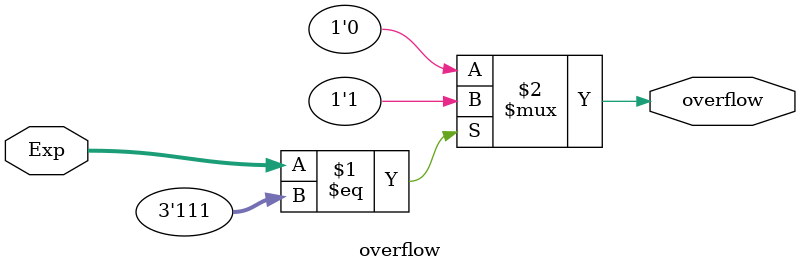
<source format=sv>
module overflow (
	input logic [2:0] Exp,
	output logic overflow
);
assign overflow = (Exp == 3'b111) ? 1'b1 : 1'b0;
endmodule 
</source>
